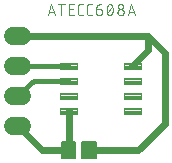
<source format=gtl>
G04 EAGLE Gerber RS-274X export*
G75*
%MOMM*%
%FSLAX34Y34*%
%LPD*%
%INTop Copper*%
%IPPOS*%
%AMOC8*
5,1,8,0,0,1.08239X$1,22.5*%
G01*
%ADD10C,0.076200*%
%ADD11C,0.130000*%
%ADD12C,1.524000*%
%ADD13C,0.102000*%
%ADD14C,0.609600*%
%ADD15C,0.406400*%


D10*
X50881Y131881D02*
X54014Y141279D01*
X57146Y131881D01*
X56363Y134231D02*
X51664Y134231D01*
X62548Y131881D02*
X62548Y141279D01*
X59937Y141279D02*
X65159Y141279D01*
X68794Y131881D02*
X72971Y131881D01*
X68794Y131881D02*
X68794Y141279D01*
X72971Y141279D01*
X71927Y137102D02*
X68794Y137102D01*
X78459Y131881D02*
X80548Y131881D01*
X78459Y131881D02*
X78370Y131883D01*
X78282Y131889D01*
X78194Y131898D01*
X78106Y131911D01*
X78019Y131928D01*
X77933Y131948D01*
X77848Y131973D01*
X77763Y132000D01*
X77680Y132032D01*
X77599Y132066D01*
X77519Y132105D01*
X77441Y132146D01*
X77364Y132191D01*
X77290Y132239D01*
X77217Y132290D01*
X77147Y132344D01*
X77080Y132402D01*
X77014Y132462D01*
X76952Y132524D01*
X76892Y132590D01*
X76834Y132657D01*
X76780Y132727D01*
X76729Y132800D01*
X76681Y132874D01*
X76636Y132951D01*
X76595Y133029D01*
X76556Y133109D01*
X76522Y133190D01*
X76490Y133273D01*
X76463Y133358D01*
X76438Y133443D01*
X76418Y133529D01*
X76401Y133616D01*
X76388Y133704D01*
X76379Y133792D01*
X76373Y133880D01*
X76371Y133969D01*
X76371Y139191D01*
X76373Y139282D01*
X76379Y139373D01*
X76389Y139464D01*
X76403Y139554D01*
X76420Y139643D01*
X76442Y139731D01*
X76468Y139819D01*
X76497Y139905D01*
X76530Y139990D01*
X76567Y140073D01*
X76607Y140155D01*
X76651Y140235D01*
X76698Y140313D01*
X76749Y140389D01*
X76802Y140462D01*
X76859Y140533D01*
X76920Y140602D01*
X76983Y140667D01*
X77048Y140730D01*
X77117Y140790D01*
X77188Y140848D01*
X77261Y140901D01*
X77337Y140952D01*
X77415Y140999D01*
X77495Y141043D01*
X77577Y141083D01*
X77660Y141120D01*
X77745Y141153D01*
X77831Y141182D01*
X77919Y141208D01*
X78007Y141230D01*
X78096Y141247D01*
X78186Y141261D01*
X78277Y141271D01*
X78368Y141277D01*
X78459Y141279D01*
X80548Y141279D01*
X86079Y131881D02*
X88168Y131881D01*
X86079Y131881D02*
X85990Y131883D01*
X85902Y131889D01*
X85814Y131898D01*
X85726Y131911D01*
X85639Y131928D01*
X85553Y131948D01*
X85468Y131973D01*
X85383Y132000D01*
X85300Y132032D01*
X85219Y132066D01*
X85139Y132105D01*
X85061Y132146D01*
X84984Y132191D01*
X84910Y132239D01*
X84837Y132290D01*
X84767Y132344D01*
X84700Y132402D01*
X84634Y132462D01*
X84572Y132524D01*
X84512Y132590D01*
X84454Y132657D01*
X84400Y132727D01*
X84349Y132800D01*
X84301Y132874D01*
X84256Y132951D01*
X84215Y133029D01*
X84176Y133109D01*
X84142Y133190D01*
X84110Y133273D01*
X84083Y133358D01*
X84058Y133443D01*
X84038Y133529D01*
X84021Y133616D01*
X84008Y133704D01*
X83999Y133792D01*
X83993Y133880D01*
X83991Y133969D01*
X83991Y139191D01*
X83993Y139282D01*
X83999Y139373D01*
X84009Y139464D01*
X84023Y139554D01*
X84040Y139643D01*
X84062Y139731D01*
X84088Y139819D01*
X84117Y139905D01*
X84150Y139990D01*
X84187Y140073D01*
X84227Y140155D01*
X84271Y140235D01*
X84318Y140313D01*
X84369Y140389D01*
X84422Y140462D01*
X84479Y140533D01*
X84540Y140602D01*
X84603Y140667D01*
X84668Y140730D01*
X84737Y140790D01*
X84808Y140848D01*
X84881Y140901D01*
X84957Y140952D01*
X85035Y140999D01*
X85115Y141043D01*
X85197Y141083D01*
X85280Y141120D01*
X85365Y141153D01*
X85451Y141182D01*
X85539Y141208D01*
X85627Y141230D01*
X85716Y141247D01*
X85806Y141261D01*
X85897Y141271D01*
X85988Y141277D01*
X86079Y141279D01*
X88168Y141279D01*
X91636Y137102D02*
X94769Y137102D01*
X94858Y137100D01*
X94946Y137094D01*
X95034Y137085D01*
X95122Y137072D01*
X95209Y137055D01*
X95295Y137035D01*
X95380Y137010D01*
X95465Y136983D01*
X95548Y136951D01*
X95629Y136917D01*
X95709Y136878D01*
X95787Y136837D01*
X95864Y136792D01*
X95938Y136744D01*
X96011Y136693D01*
X96081Y136639D01*
X96148Y136581D01*
X96214Y136521D01*
X96276Y136459D01*
X96336Y136393D01*
X96394Y136326D01*
X96448Y136256D01*
X96499Y136183D01*
X96547Y136109D01*
X96592Y136032D01*
X96633Y135954D01*
X96672Y135874D01*
X96706Y135793D01*
X96738Y135710D01*
X96765Y135625D01*
X96790Y135540D01*
X96810Y135454D01*
X96827Y135367D01*
X96840Y135279D01*
X96849Y135191D01*
X96855Y135103D01*
X96857Y135014D01*
X96858Y135014D02*
X96858Y134492D01*
X96856Y134391D01*
X96850Y134290D01*
X96840Y134189D01*
X96827Y134089D01*
X96809Y133989D01*
X96788Y133890D01*
X96762Y133792D01*
X96733Y133695D01*
X96701Y133599D01*
X96664Y133505D01*
X96624Y133412D01*
X96580Y133320D01*
X96533Y133231D01*
X96482Y133143D01*
X96428Y133057D01*
X96371Y132974D01*
X96311Y132892D01*
X96247Y132814D01*
X96181Y132737D01*
X96111Y132664D01*
X96039Y132593D01*
X95964Y132525D01*
X95886Y132460D01*
X95806Y132398D01*
X95724Y132339D01*
X95639Y132283D01*
X95552Y132231D01*
X95464Y132182D01*
X95373Y132136D01*
X95281Y132095D01*
X95187Y132056D01*
X95092Y132022D01*
X94996Y131991D01*
X94898Y131964D01*
X94800Y131940D01*
X94700Y131921D01*
X94600Y131905D01*
X94500Y131893D01*
X94399Y131885D01*
X94298Y131881D01*
X94196Y131881D01*
X94095Y131885D01*
X93994Y131893D01*
X93894Y131905D01*
X93794Y131921D01*
X93694Y131940D01*
X93596Y131964D01*
X93498Y131991D01*
X93402Y132022D01*
X93307Y132056D01*
X93213Y132095D01*
X93121Y132136D01*
X93030Y132182D01*
X92942Y132231D01*
X92855Y132283D01*
X92770Y132339D01*
X92688Y132398D01*
X92608Y132460D01*
X92530Y132525D01*
X92455Y132593D01*
X92383Y132664D01*
X92313Y132737D01*
X92247Y132814D01*
X92183Y132892D01*
X92123Y132974D01*
X92066Y133057D01*
X92012Y133143D01*
X91961Y133231D01*
X91914Y133320D01*
X91870Y133412D01*
X91830Y133505D01*
X91793Y133599D01*
X91761Y133695D01*
X91732Y133792D01*
X91706Y133890D01*
X91685Y133989D01*
X91667Y134089D01*
X91654Y134189D01*
X91644Y134290D01*
X91638Y134391D01*
X91636Y134492D01*
X91636Y137102D01*
X91638Y137231D01*
X91644Y137359D01*
X91654Y137487D01*
X91668Y137615D01*
X91685Y137743D01*
X91707Y137870D01*
X91733Y137996D01*
X91762Y138121D01*
X91795Y138245D01*
X91833Y138368D01*
X91873Y138490D01*
X91918Y138611D01*
X91966Y138730D01*
X92018Y138848D01*
X92074Y138964D01*
X92133Y139078D01*
X92196Y139190D01*
X92262Y139301D01*
X92331Y139409D01*
X92404Y139515D01*
X92480Y139619D01*
X92559Y139721D01*
X92641Y139820D01*
X92726Y139916D01*
X92814Y140010D01*
X92905Y140101D01*
X92999Y140189D01*
X93095Y140274D01*
X93194Y140356D01*
X93296Y140435D01*
X93400Y140511D01*
X93506Y140584D01*
X93614Y140653D01*
X93724Y140719D01*
X93837Y140782D01*
X93951Y140841D01*
X94067Y140897D01*
X94185Y140949D01*
X94304Y140997D01*
X94425Y141042D01*
X94547Y141082D01*
X94670Y141120D01*
X94794Y141153D01*
X94919Y141182D01*
X95045Y141208D01*
X95172Y141230D01*
X95300Y141247D01*
X95428Y141261D01*
X95556Y141271D01*
X95684Y141277D01*
X95813Y141279D01*
X101563Y139974D02*
X101484Y139807D01*
X101409Y139638D01*
X101338Y139467D01*
X101271Y139295D01*
X101209Y139121D01*
X101150Y138945D01*
X101096Y138769D01*
X101046Y138591D01*
X101000Y138411D01*
X100958Y138231D01*
X100921Y138050D01*
X100888Y137868D01*
X100859Y137686D01*
X100835Y137502D01*
X100815Y137318D01*
X100800Y137134D01*
X100789Y136950D01*
X100782Y136765D01*
X100780Y136580D01*
X101563Y139974D02*
X101593Y140054D01*
X101626Y140133D01*
X101663Y140210D01*
X101703Y140286D01*
X101746Y140360D01*
X101792Y140432D01*
X101842Y140501D01*
X101894Y140569D01*
X101950Y140634D01*
X102008Y140697D01*
X102070Y140756D01*
X102133Y140814D01*
X102200Y140868D01*
X102268Y140919D01*
X102339Y140967D01*
X102412Y141012D01*
X102486Y141054D01*
X102563Y141092D01*
X102641Y141127D01*
X102720Y141159D01*
X102801Y141187D01*
X102883Y141211D01*
X102967Y141232D01*
X103050Y141249D01*
X103135Y141262D01*
X103220Y141271D01*
X103305Y141277D01*
X103391Y141279D01*
X103477Y141277D01*
X103562Y141271D01*
X103647Y141262D01*
X103732Y141249D01*
X103815Y141232D01*
X103899Y141211D01*
X103981Y141187D01*
X104062Y141159D01*
X104141Y141127D01*
X104219Y141092D01*
X104296Y141054D01*
X104370Y141012D01*
X104443Y140967D01*
X104514Y140919D01*
X104582Y140868D01*
X104649Y140814D01*
X104712Y140756D01*
X104774Y140697D01*
X104832Y140634D01*
X104888Y140569D01*
X104940Y140501D01*
X104990Y140432D01*
X105036Y140360D01*
X105079Y140286D01*
X105119Y140210D01*
X105156Y140133D01*
X105189Y140054D01*
X105219Y139974D01*
X105298Y139807D01*
X105373Y139638D01*
X105444Y139467D01*
X105511Y139295D01*
X105573Y139121D01*
X105632Y138945D01*
X105686Y138769D01*
X105736Y138591D01*
X105782Y138411D01*
X105824Y138231D01*
X105861Y138050D01*
X105894Y137868D01*
X105923Y137686D01*
X105947Y137502D01*
X105967Y137318D01*
X105982Y137134D01*
X105993Y136950D01*
X106000Y136765D01*
X106002Y136580D01*
X100780Y136580D02*
X100782Y136395D01*
X100789Y136210D01*
X100800Y136026D01*
X100815Y135842D01*
X100835Y135658D01*
X100859Y135474D01*
X100888Y135292D01*
X100921Y135110D01*
X100958Y134929D01*
X101000Y134749D01*
X101046Y134569D01*
X101096Y134391D01*
X101150Y134215D01*
X101209Y134039D01*
X101271Y133865D01*
X101338Y133693D01*
X101409Y133522D01*
X101484Y133353D01*
X101563Y133186D01*
X101593Y133106D01*
X101626Y133027D01*
X101663Y132950D01*
X101703Y132874D01*
X101746Y132800D01*
X101792Y132728D01*
X101842Y132659D01*
X101895Y132591D01*
X101950Y132526D01*
X102009Y132463D01*
X102070Y132404D01*
X102133Y132346D01*
X102200Y132292D01*
X102268Y132241D01*
X102339Y132193D01*
X102412Y132148D01*
X102486Y132106D01*
X102563Y132068D01*
X102641Y132033D01*
X102720Y132001D01*
X102801Y131973D01*
X102883Y131949D01*
X102967Y131928D01*
X103050Y131911D01*
X103135Y131898D01*
X103220Y131889D01*
X103305Y131883D01*
X103391Y131881D01*
X105219Y133186D02*
X105298Y133353D01*
X105373Y133522D01*
X105444Y133693D01*
X105511Y133865D01*
X105573Y134039D01*
X105632Y134215D01*
X105686Y134391D01*
X105736Y134569D01*
X105782Y134749D01*
X105824Y134929D01*
X105861Y135110D01*
X105894Y135292D01*
X105923Y135474D01*
X105947Y135658D01*
X105967Y135842D01*
X105982Y136026D01*
X105993Y136210D01*
X106000Y136395D01*
X106002Y136580D01*
X105219Y133186D02*
X105189Y133106D01*
X105156Y133027D01*
X105119Y132950D01*
X105079Y132874D01*
X105036Y132800D01*
X104990Y132728D01*
X104940Y132659D01*
X104888Y132591D01*
X104832Y132526D01*
X104774Y132463D01*
X104712Y132404D01*
X104649Y132346D01*
X104582Y132292D01*
X104514Y132241D01*
X104443Y132193D01*
X104370Y132148D01*
X104296Y132106D01*
X104219Y132068D01*
X104141Y132033D01*
X104062Y132001D01*
X103981Y131973D01*
X103899Y131949D01*
X103815Y131928D01*
X103732Y131911D01*
X103647Y131898D01*
X103562Y131889D01*
X103477Y131883D01*
X103391Y131881D01*
X101303Y133969D02*
X105479Y139191D01*
X109924Y134492D02*
X109926Y134593D01*
X109932Y134694D01*
X109942Y134795D01*
X109955Y134895D01*
X109973Y134995D01*
X109994Y135094D01*
X110020Y135192D01*
X110049Y135289D01*
X110081Y135385D01*
X110118Y135479D01*
X110158Y135572D01*
X110202Y135664D01*
X110249Y135753D01*
X110300Y135841D01*
X110354Y135927D01*
X110411Y136010D01*
X110471Y136092D01*
X110535Y136170D01*
X110601Y136247D01*
X110671Y136320D01*
X110743Y136391D01*
X110818Y136459D01*
X110896Y136524D01*
X110976Y136586D01*
X111058Y136645D01*
X111143Y136701D01*
X111230Y136753D01*
X111318Y136802D01*
X111409Y136848D01*
X111501Y136889D01*
X111595Y136928D01*
X111690Y136962D01*
X111786Y136993D01*
X111884Y137020D01*
X111982Y137044D01*
X112082Y137063D01*
X112182Y137079D01*
X112282Y137091D01*
X112383Y137099D01*
X112484Y137103D01*
X112586Y137103D01*
X112687Y137099D01*
X112788Y137091D01*
X112888Y137079D01*
X112988Y137063D01*
X113088Y137044D01*
X113186Y137020D01*
X113284Y136993D01*
X113380Y136962D01*
X113475Y136928D01*
X113569Y136889D01*
X113661Y136848D01*
X113752Y136802D01*
X113841Y136753D01*
X113927Y136701D01*
X114012Y136645D01*
X114094Y136586D01*
X114174Y136524D01*
X114252Y136459D01*
X114327Y136391D01*
X114399Y136320D01*
X114469Y136247D01*
X114535Y136170D01*
X114599Y136092D01*
X114659Y136010D01*
X114716Y135927D01*
X114770Y135841D01*
X114821Y135753D01*
X114868Y135664D01*
X114912Y135572D01*
X114952Y135479D01*
X114989Y135385D01*
X115021Y135289D01*
X115050Y135192D01*
X115076Y135094D01*
X115097Y134995D01*
X115115Y134895D01*
X115128Y134795D01*
X115138Y134694D01*
X115144Y134593D01*
X115146Y134492D01*
X115144Y134391D01*
X115138Y134290D01*
X115128Y134189D01*
X115115Y134089D01*
X115097Y133989D01*
X115076Y133890D01*
X115050Y133792D01*
X115021Y133695D01*
X114989Y133599D01*
X114952Y133505D01*
X114912Y133412D01*
X114868Y133320D01*
X114821Y133231D01*
X114770Y133143D01*
X114716Y133057D01*
X114659Y132974D01*
X114599Y132892D01*
X114535Y132814D01*
X114469Y132737D01*
X114399Y132664D01*
X114327Y132593D01*
X114252Y132525D01*
X114174Y132460D01*
X114094Y132398D01*
X114012Y132339D01*
X113927Y132283D01*
X113840Y132231D01*
X113752Y132182D01*
X113661Y132136D01*
X113569Y132095D01*
X113475Y132056D01*
X113380Y132022D01*
X113284Y131991D01*
X113186Y131964D01*
X113088Y131940D01*
X112988Y131921D01*
X112888Y131905D01*
X112788Y131893D01*
X112687Y131885D01*
X112586Y131881D01*
X112484Y131881D01*
X112383Y131885D01*
X112282Y131893D01*
X112182Y131905D01*
X112082Y131921D01*
X111982Y131940D01*
X111884Y131964D01*
X111786Y131991D01*
X111690Y132022D01*
X111595Y132056D01*
X111501Y132095D01*
X111409Y132136D01*
X111318Y132182D01*
X111230Y132231D01*
X111143Y132283D01*
X111058Y132339D01*
X110976Y132398D01*
X110896Y132460D01*
X110818Y132525D01*
X110743Y132593D01*
X110671Y132664D01*
X110601Y132737D01*
X110535Y132814D01*
X110471Y132892D01*
X110411Y132974D01*
X110354Y133057D01*
X110300Y133143D01*
X110249Y133231D01*
X110202Y133320D01*
X110158Y133412D01*
X110118Y133505D01*
X110081Y133599D01*
X110049Y133695D01*
X110020Y133792D01*
X109994Y133890D01*
X109973Y133989D01*
X109955Y134089D01*
X109942Y134189D01*
X109932Y134290D01*
X109926Y134391D01*
X109924Y134492D01*
X110447Y139191D02*
X110449Y139281D01*
X110455Y139370D01*
X110464Y139460D01*
X110478Y139549D01*
X110495Y139637D01*
X110516Y139724D01*
X110541Y139811D01*
X110570Y139896D01*
X110602Y139980D01*
X110637Y140062D01*
X110677Y140143D01*
X110719Y140222D01*
X110765Y140299D01*
X110815Y140374D01*
X110867Y140447D01*
X110923Y140518D01*
X110981Y140586D01*
X111043Y140651D01*
X111107Y140714D01*
X111174Y140774D01*
X111243Y140831D01*
X111315Y140885D01*
X111389Y140936D01*
X111465Y140984D01*
X111543Y141028D01*
X111623Y141069D01*
X111705Y141107D01*
X111788Y141141D01*
X111873Y141171D01*
X111959Y141198D01*
X112045Y141221D01*
X112133Y141240D01*
X112222Y141255D01*
X112311Y141267D01*
X112400Y141275D01*
X112490Y141279D01*
X112580Y141279D01*
X112670Y141275D01*
X112759Y141267D01*
X112848Y141255D01*
X112937Y141240D01*
X113025Y141221D01*
X113111Y141198D01*
X113197Y141171D01*
X113282Y141141D01*
X113365Y141107D01*
X113447Y141069D01*
X113527Y141028D01*
X113605Y140984D01*
X113681Y140936D01*
X113755Y140885D01*
X113827Y140831D01*
X113896Y140774D01*
X113963Y140714D01*
X114027Y140651D01*
X114089Y140586D01*
X114147Y140518D01*
X114203Y140447D01*
X114255Y140374D01*
X114305Y140299D01*
X114351Y140222D01*
X114393Y140143D01*
X114433Y140062D01*
X114468Y139980D01*
X114500Y139896D01*
X114529Y139811D01*
X114554Y139724D01*
X114575Y139637D01*
X114592Y139549D01*
X114606Y139460D01*
X114615Y139370D01*
X114621Y139281D01*
X114623Y139191D01*
X114621Y139101D01*
X114615Y139012D01*
X114606Y138922D01*
X114592Y138833D01*
X114575Y138745D01*
X114554Y138658D01*
X114529Y138571D01*
X114500Y138486D01*
X114468Y138402D01*
X114433Y138320D01*
X114393Y138239D01*
X114351Y138160D01*
X114305Y138083D01*
X114255Y138008D01*
X114203Y137935D01*
X114147Y137864D01*
X114089Y137796D01*
X114027Y137731D01*
X113963Y137668D01*
X113896Y137608D01*
X113827Y137551D01*
X113755Y137497D01*
X113681Y137446D01*
X113605Y137398D01*
X113527Y137354D01*
X113447Y137313D01*
X113365Y137275D01*
X113282Y137241D01*
X113197Y137211D01*
X113111Y137184D01*
X113025Y137161D01*
X112937Y137142D01*
X112848Y137127D01*
X112759Y137115D01*
X112670Y137107D01*
X112580Y137103D01*
X112490Y137103D01*
X112400Y137107D01*
X112311Y137115D01*
X112222Y137127D01*
X112133Y137142D01*
X112045Y137161D01*
X111959Y137184D01*
X111873Y137211D01*
X111788Y137241D01*
X111705Y137275D01*
X111623Y137313D01*
X111543Y137354D01*
X111465Y137398D01*
X111389Y137446D01*
X111315Y137497D01*
X111243Y137551D01*
X111174Y137608D01*
X111107Y137668D01*
X111043Y137731D01*
X110981Y137796D01*
X110923Y137864D01*
X110867Y137935D01*
X110815Y138008D01*
X110765Y138083D01*
X110719Y138160D01*
X110677Y138239D01*
X110637Y138320D01*
X110602Y138402D01*
X110570Y138486D01*
X110541Y138571D01*
X110516Y138658D01*
X110495Y138745D01*
X110478Y138833D01*
X110464Y138922D01*
X110455Y139012D01*
X110449Y139101D01*
X110447Y139191D01*
X118546Y131881D02*
X121679Y141279D01*
X124812Y131881D01*
X124028Y134231D02*
X119329Y134231D01*
D11*
X74350Y10750D02*
X62650Y10750D01*
X62650Y24450D01*
X74350Y24450D01*
X74350Y10750D01*
X74350Y11985D02*
X62650Y11985D01*
X62650Y13220D02*
X74350Y13220D01*
X74350Y14455D02*
X62650Y14455D01*
X62650Y15690D02*
X74350Y15690D01*
X74350Y16925D02*
X62650Y16925D01*
X62650Y18160D02*
X74350Y18160D01*
X74350Y19395D02*
X62650Y19395D01*
X62650Y20630D02*
X74350Y20630D01*
X74350Y21865D02*
X62650Y21865D01*
X62650Y23100D02*
X74350Y23100D01*
X74350Y24335D02*
X62650Y24335D01*
X79650Y10750D02*
X91350Y10750D01*
X79650Y10750D02*
X79650Y24450D01*
X91350Y24450D01*
X91350Y10750D01*
X91350Y11985D02*
X79650Y11985D01*
X79650Y13220D02*
X91350Y13220D01*
X91350Y14455D02*
X79650Y14455D01*
X79650Y15690D02*
X91350Y15690D01*
X91350Y16925D02*
X79650Y16925D01*
X79650Y18160D02*
X91350Y18160D01*
X91350Y19395D02*
X79650Y19395D01*
X79650Y20630D02*
X91350Y20630D01*
X91350Y21865D02*
X79650Y21865D01*
X79650Y23100D02*
X91350Y23100D01*
X91350Y24335D02*
X79650Y24335D01*
D12*
X29210Y114300D02*
X21590Y114300D01*
X21590Y88900D02*
X29210Y88900D01*
X29210Y63500D02*
X21590Y63500D01*
X21590Y38100D02*
X29210Y38100D01*
D13*
X115160Y53290D02*
X129640Y53290D01*
X129640Y48310D01*
X115160Y48310D01*
X115160Y53290D01*
X115160Y49279D02*
X129640Y49279D01*
X129640Y50248D02*
X115160Y50248D01*
X115160Y51217D02*
X129640Y51217D01*
X129640Y52186D02*
X115160Y52186D01*
X115160Y53155D02*
X129640Y53155D01*
X129640Y65990D02*
X115160Y65990D01*
X129640Y65990D02*
X129640Y61010D01*
X115160Y61010D01*
X115160Y65990D01*
X115160Y61979D02*
X129640Y61979D01*
X129640Y62948D02*
X115160Y62948D01*
X115160Y63917D02*
X129640Y63917D01*
X129640Y64886D02*
X115160Y64886D01*
X115160Y65855D02*
X129640Y65855D01*
X129640Y78690D02*
X115160Y78690D01*
X129640Y78690D02*
X129640Y73710D01*
X115160Y73710D01*
X115160Y78690D01*
X115160Y74679D02*
X129640Y74679D01*
X129640Y75648D02*
X115160Y75648D01*
X115160Y76617D02*
X129640Y76617D01*
X129640Y77586D02*
X115160Y77586D01*
X115160Y78555D02*
X129640Y78555D01*
X129640Y91390D02*
X115160Y91390D01*
X129640Y91390D02*
X129640Y86410D01*
X115160Y86410D01*
X115160Y91390D01*
X115160Y87379D02*
X129640Y87379D01*
X129640Y88348D02*
X115160Y88348D01*
X115160Y89317D02*
X129640Y89317D01*
X129640Y90286D02*
X115160Y90286D01*
X115160Y91255D02*
X129640Y91255D01*
X75640Y53290D02*
X61160Y53290D01*
X75640Y53290D02*
X75640Y48310D01*
X61160Y48310D01*
X61160Y53290D01*
X61160Y49279D02*
X75640Y49279D01*
X75640Y50248D02*
X61160Y50248D01*
X61160Y51217D02*
X75640Y51217D01*
X75640Y52186D02*
X61160Y52186D01*
X61160Y53155D02*
X75640Y53155D01*
X75640Y65990D02*
X61160Y65990D01*
X75640Y65990D02*
X75640Y61010D01*
X61160Y61010D01*
X61160Y65990D01*
X61160Y61979D02*
X75640Y61979D01*
X75640Y62948D02*
X61160Y62948D01*
X61160Y63917D02*
X75640Y63917D01*
X75640Y64886D02*
X61160Y64886D01*
X61160Y65855D02*
X75640Y65855D01*
X75640Y78690D02*
X61160Y78690D01*
X75640Y78690D02*
X75640Y73710D01*
X61160Y73710D01*
X61160Y78690D01*
X61160Y74679D02*
X75640Y74679D01*
X75640Y75648D02*
X61160Y75648D01*
X61160Y76617D02*
X75640Y76617D01*
X75640Y77586D02*
X61160Y77586D01*
X61160Y78555D02*
X75640Y78555D01*
X75640Y91390D02*
X61160Y91390D01*
X75640Y91390D02*
X75640Y86410D01*
X61160Y86410D01*
X61160Y91390D01*
X61160Y87379D02*
X75640Y87379D01*
X75640Y88348D02*
X61160Y88348D01*
X61160Y89317D02*
X75640Y89317D01*
X75640Y90286D02*
X61160Y90286D01*
X61160Y91255D02*
X75640Y91255D01*
D14*
X25400Y38100D02*
X45900Y17600D01*
X68500Y17600D01*
X68500Y50700D01*
D15*
X68400Y50800D01*
D14*
X85500Y17600D02*
X127600Y17600D01*
X150000Y40000D01*
X150000Y100000D01*
X135700Y114300D01*
X25400Y114300D01*
X122400Y88900D02*
X135700Y102200D01*
X135700Y114300D01*
D15*
X68400Y88900D02*
X25400Y88900D01*
X39610Y76200D02*
X68400Y76200D01*
X39610Y76200D02*
X38670Y75260D01*
X37160Y75260D01*
X25400Y63500D01*
M02*

</source>
